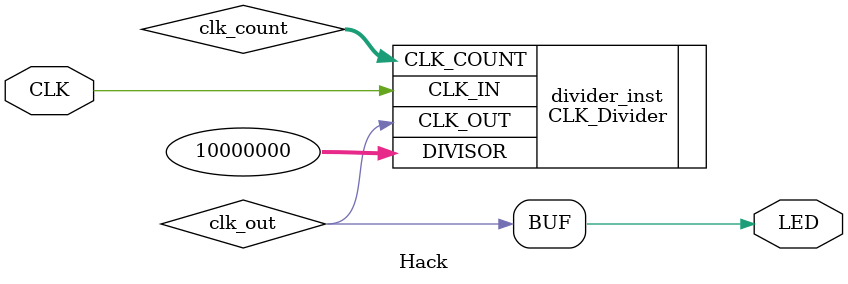
<source format=v>
/**
 * The module Hack is a blinking LED test for GateMate A1 FPGA
 * Blinks a single LED at 1 Hz (toggles every second)
 * It connects the external pins of our FPGA (Hack.ccf)
 * to test basic clock division and LED control
 * 
 * Target: GateMate A1 FPGA on Olimex board
 * Toolchain: OSS CAD Suite
 */
`default_nettype none

`include "../../modules/Nand.v"
`include "../../modules/Not.v"
`include "../../modules/And.v"
`include "../../modules/Or.v"
`include "../../modules/CLK_Divider.v"

module Hack (
    // Clock - GateMate A1 typical clock is 10 MHz on Olimex board
    input wire CLK,

    // GPIO (LED)
    output reg LED
);

    // Internal signals
    wire clk_out;
    wire [31:0] clk_count;

    // Module instantiations
    
    // Divide the input clock frequency by 10 million to get a toggle every second
    // (10 MHz clock / 10,000,000 = 1 Hz)
    CLK_Divider divider_inst (
        .CLK_IN(CLK),
        .DIVISOR(10000000),
        .CLK_OUT(clk_out),
        .CLK_COUNT(clk_count)
    );

    // Combinational logic
    
    // Set the LED to follow the divided clock
    always @(*) begin
        LED = clk_out;
    end

endmodule

</source>
